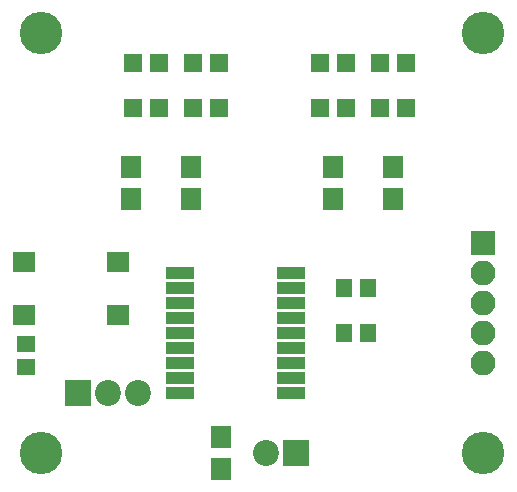
<source format=gts>
G04 #@! TF.FileFunction,Soldermask,Top*
%FSLAX46Y46*%
G04 Gerber Fmt 4.6, Leading zero omitted, Abs format (unit mm)*
G04 Created by KiCad (PCBNEW 4.0.6+dfsg1-1) date Fri Mar  9 15:20:54 2018*
%MOMM*%
%LPD*%
G01*
G04 APERTURE LIST*
%ADD10C,0.100000*%
%ADD11R,1.400000X1.650000*%
%ADD12R,1.650000X1.400000*%
%ADD13R,1.600000X1.600000*%
%ADD14R,2.200000X2.200000*%
%ADD15C,2.200000*%
%ADD16R,2.100000X2.100000*%
%ADD17O,2.100000X2.100000*%
%ADD18R,1.700000X1.900000*%
%ADD19R,1.950000X1.700000*%
%ADD20R,2.400000X1.000000*%
%ADD21C,3.600000*%
G04 APERTURE END LIST*
D10*
D11*
X208550000Y-64770000D03*
X210550000Y-64770000D03*
X208550000Y-68580000D03*
X210550000Y-68580000D03*
D12*
X181610000Y-69485000D03*
X181610000Y-71485000D03*
D13*
X208745000Y-45720000D03*
X206545000Y-45720000D03*
X211625000Y-45720000D03*
X213825000Y-45720000D03*
X206545000Y-49530000D03*
X208745000Y-49530000D03*
X213825000Y-49530000D03*
X211625000Y-49530000D03*
X190670000Y-45720000D03*
X192870000Y-45720000D03*
X197950000Y-45720000D03*
X195750000Y-45720000D03*
X192870000Y-49530000D03*
X190670000Y-49530000D03*
X195750000Y-49530000D03*
X197950000Y-49530000D03*
D14*
X204470000Y-78740000D03*
D15*
X201930000Y-78740000D03*
D16*
X220345000Y-60960000D03*
D17*
X220345000Y-63500000D03*
X220345000Y-66040000D03*
X220345000Y-68580000D03*
X220345000Y-71120000D03*
D18*
X207645000Y-54530000D03*
X207645000Y-57230000D03*
X190500000Y-54530000D03*
X190500000Y-57230000D03*
X212725000Y-54530000D03*
X212725000Y-57230000D03*
X195580000Y-54530000D03*
X195580000Y-57230000D03*
X198120000Y-77390000D03*
X198120000Y-80090000D03*
D19*
X181440000Y-67020000D03*
X181440000Y-62520000D03*
X189400000Y-62520000D03*
X189400000Y-67020000D03*
D20*
X194690000Y-63500000D03*
X194690000Y-64770000D03*
X194690000Y-66040000D03*
X194690000Y-67310000D03*
X194690000Y-68580000D03*
X194690000Y-69850000D03*
X194690000Y-71120000D03*
X194690000Y-72390000D03*
X194690000Y-73660000D03*
X204090000Y-73660000D03*
X204090000Y-72390000D03*
X204090000Y-71120000D03*
X204090000Y-69850000D03*
X204090000Y-68580000D03*
X204090000Y-67310000D03*
X204090000Y-66040000D03*
X204090000Y-64770000D03*
X204090000Y-63500000D03*
D14*
X186055000Y-73660000D03*
D15*
X188595000Y-73660000D03*
X191135000Y-73660000D03*
D21*
X220345000Y-43180000D03*
X220345000Y-78740000D03*
X182880000Y-43180000D03*
X182880000Y-78740000D03*
M02*

</source>
